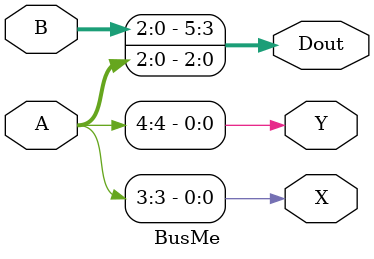
<source format=v>
module BusMe (
	input wire [4:0] A,
	input wire [2:0] B,
	output wire X,Y,
	output wire [5:0] Dout
	);
	assign Dout = {B,A[2:0]};
	assign X = A[3];
	assign Y = A[4];
endmodule
</source>
